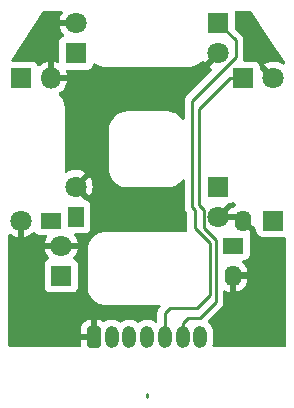
<source format=gbr>
%TF.GenerationSoftware,KiCad,Pcbnew,(6.0.7)*%
%TF.CreationDate,2022-08-28T13:45:58-07:00*%
%TF.ProjectId,cluster,636c7573-7465-4722-9e6b-696361645f70,rev?*%
%TF.SameCoordinates,Original*%
%TF.FileFunction,Copper,L1,Top*%
%TF.FilePolarity,Positive*%
%FSLAX46Y46*%
G04 Gerber Fmt 4.6, Leading zero omitted, Abs format (unit mm)*
G04 Created by KiCad (PCBNEW (6.0.7)) date 2022-08-28 13:45:58*
%MOMM*%
%LPD*%
G01*
G04 APERTURE LIST*
G04 Aperture macros list*
%AMRoundRect*
0 Rectangle with rounded corners*
0 $1 Rounding radius*
0 $2 $3 $4 $5 $6 $7 $8 $9 X,Y pos of 4 corners*
0 Add a 4 corners polygon primitive as box body*
4,1,4,$2,$3,$4,$5,$6,$7,$8,$9,$2,$3,0*
0 Add four circle primitives for the rounded corners*
1,1,$1+$1,$2,$3*
1,1,$1+$1,$4,$5*
1,1,$1+$1,$6,$7*
1,1,$1+$1,$8,$9*
0 Add four rect primitives between the rounded corners*
20,1,$1+$1,$2,$3,$4,$5,0*
20,1,$1+$1,$4,$5,$6,$7,0*
20,1,$1+$1,$6,$7,$8,$9,0*
20,1,$1+$1,$8,$9,$2,$3,0*%
G04 Aperture macros list end*
%TA.AperFunction,ComponentPad*%
%ADD10C,1.800000*%
%TD*%
%TA.AperFunction,ComponentPad*%
%ADD11R,1.400000X1.800000*%
%TD*%
%TA.AperFunction,ComponentPad*%
%ADD12O,1.170000X1.870000*%
%TD*%
%TA.AperFunction,ComponentPad*%
%ADD13RoundRect,0.250380X-0.334620X-0.684620X0.334620X-0.684620X0.334620X0.684620X-0.334620X0.684620X0*%
%TD*%
%TA.AperFunction,ComponentPad*%
%ADD14R,1.800000X1.800000*%
%TD*%
%TA.AperFunction,ComponentPad*%
%ADD15O,1.400000X1.800000*%
%TD*%
%TA.AperFunction,ComponentPad*%
%ADD16R,1.800000X1.400000*%
%TD*%
%TA.AperFunction,ComponentPad*%
%ADD17O,1.800000X1.800000*%
%TD*%
%TA.AperFunction,ViaPad*%
%ADD18C,0.800000*%
%TD*%
%TA.AperFunction,Conductor*%
%ADD19C,0.500000*%
%TD*%
%TA.AperFunction,Conductor*%
%ADD20C,0.250000*%
%TD*%
G04 APERTURE END LIST*
D10*
%TO.P,PT3,2*%
%TO.N,+5V*%
X156425000Y-78705000D03*
D11*
%TO.P,PT3,1*%
%TO.N,C3*%
X156425000Y-81245000D03*
%TD*%
D12*
%TO.P,J1,2*%
%TO.N,C1*%
X159450000Y-91420000D03*
%TO.P,J1,3*%
%TO.N,C2*%
X160950000Y-91420000D03*
%TO.P,J1,5*%
%TO.N,C4*%
X163950000Y-91420000D03*
%TO.P,J1,4*%
%TO.N,C3*%
X162450000Y-91420000D03*
%TO.P,J1,6*%
%TO.N,C5*%
X165450000Y-91420000D03*
D13*
%TO.P,J1,1*%
%TO.N,+5V*%
X157950000Y-91420000D03*
D12*
%TO.P,J1,7*%
%TO.N,GND*%
X166950000Y-91420000D03*
%TD*%
D10*
%TO.P,IR3,2*%
%TO.N,+5V*%
X168475000Y-81245000D03*
D14*
%TO.P,IR3,1*%
%TO.N,Net-(IR3-Pad1)*%
X168475000Y-78705000D03*
%TD*%
D10*
%TO.P,IR4,2*%
%TO.N,+5V*%
X156425000Y-64855000D03*
D14*
%TO.P,IR4,1*%
%TO.N,Net-(IR4-Pad1)*%
X156425000Y-67395000D03*
%TD*%
D10*
%TO.P,PT4,2*%
%TO.N,+5V*%
X168475000Y-67395000D03*
D14*
%TO.P,PT4,1*%
%TO.N,C4*%
X168475000Y-64855000D03*
%TD*%
D10*
%TO.P,PT2,2*%
%TO.N,+5V*%
X155175000Y-83705000D03*
D14*
%TO.P,PT2,1*%
%TO.N,C2*%
X155175000Y-86245000D03*
%TD*%
D15*
%TO.P,IR2,2*%
%TO.N,+5V*%
X169725000Y-86245000D03*
D16*
%TO.P,IR2,1*%
%TO.N,Net-(IR2-Pad1)*%
X169725000Y-83705000D03*
%TD*%
D10*
%TO.P,PT5,2*%
%TO.N,+5V*%
X173145000Y-69525000D03*
D14*
%TO.P,PT5,1*%
%TO.N,C5*%
X170605000Y-69525000D03*
%TD*%
D10*
%TO.P,PT1,2*%
%TO.N,+5V*%
X151755000Y-81575000D03*
D16*
%TO.P,PT1,1*%
%TO.N,C1*%
X154295000Y-81575000D03*
%TD*%
D15*
%TO.P,IR5,2*%
%TO.N,+5V*%
X170605000Y-81575000D03*
D14*
%TO.P,IR5,1*%
%TO.N,Net-(IR5-Pad1)*%
X173145000Y-81575000D03*
%TD*%
D17*
%TO.P,IR1,2*%
%TO.N,+5V*%
X154295000Y-69525000D03*
D14*
%TO.P,IR1,1*%
%TO.N,Net-(IR1-Pad1)*%
X151755000Y-69525000D03*
%TD*%
D18*
%TO.N,+5V*%
X164875008Y-81245000D03*
%TD*%
D19*
%TO.N,+5V*%
X170605000Y-81575000D02*
X171450000Y-82420000D01*
X168475000Y-67395000D02*
X168475000Y-67395001D01*
X170605000Y-81575000D02*
X170605000Y-81855000D01*
X168475000Y-81245000D02*
X170275000Y-81245000D01*
X171450000Y-82420000D02*
X171450000Y-86200000D01*
X171450000Y-86200000D02*
X169770000Y-86200000D01*
X169770000Y-86200000D02*
X169725000Y-86245000D01*
X170275000Y-81245000D02*
X170605000Y-81575000D01*
D20*
%TO.N,C1*%
X153739999Y-82130001D02*
X154295000Y-81575000D01*
%TO.N,C4*%
X166650000Y-89000000D02*
X164384998Y-89000000D01*
X166250000Y-71470000D02*
X166250000Y-80426998D01*
X169949999Y-67770001D02*
X166250000Y-71470000D01*
X163949999Y-89434999D02*
X163950000Y-90235000D01*
X168475000Y-64855000D02*
X169949999Y-66329999D01*
X164384998Y-89000000D02*
X163949999Y-89434999D01*
X166475001Y-82225001D02*
X167750000Y-83500000D01*
X163950000Y-90235000D02*
X163950000Y-91420000D01*
X166475001Y-80651999D02*
X166475001Y-82225001D01*
X166250000Y-80426998D02*
X166475001Y-80651999D01*
X169949999Y-66329999D02*
X169949999Y-67770001D01*
X167750000Y-87900000D02*
X166650000Y-89000000D01*
X167750000Y-83500000D02*
X167750000Y-87900000D01*
%TO.N,C3*%
X156425000Y-81245000D02*
X156425000Y-81975000D01*
%TO.N,C5*%
X168250000Y-83250000D02*
X168250000Y-88500000D01*
X170605000Y-69525000D02*
X169455000Y-69525000D01*
X166850000Y-72130000D02*
X166850000Y-80257000D01*
X165450000Y-90235000D02*
X165450000Y-91420000D01*
X166950000Y-89800000D02*
X165885000Y-89800000D01*
X165885000Y-89800000D02*
X165450000Y-90235000D01*
X167249999Y-82249999D02*
X168250000Y-83250000D01*
X166850000Y-80257000D02*
X167249999Y-80656999D01*
X168250000Y-88500000D02*
X166950000Y-89800000D01*
X169455000Y-69525000D02*
X166850000Y-72130000D01*
X167249999Y-80656999D02*
X167249999Y-82249999D01*
%TO.N,GND*%
X166950000Y-91420000D02*
X166950000Y-91770000D01*
X162450000Y-96270000D02*
X162450000Y-96500000D01*
%TD*%
%TA.AperFunction,Conductor*%
%TO.N,+5V*%
G36*
X171665405Y-82514109D02*
G01*
X171724182Y-82553931D01*
X171744965Y-82589878D01*
X171767678Y-82650465D01*
X171794385Y-82721705D01*
X171881739Y-82838261D01*
X171998295Y-82925615D01*
X172134684Y-82976745D01*
X172196866Y-82983500D01*
X174065500Y-82983500D01*
X174133621Y-83003502D01*
X174180114Y-83057158D01*
X174191500Y-83109500D01*
X174191500Y-92165500D01*
X174171498Y-92233621D01*
X174117842Y-92280114D01*
X174065500Y-92291500D01*
X168105428Y-92291500D01*
X168037307Y-92271498D01*
X167990814Y-92217842D01*
X167980710Y-92147568D01*
X167988562Y-92118401D01*
X168000999Y-92087542D01*
X168001000Y-92087539D01*
X168003239Y-92081983D01*
X168043231Y-91877192D01*
X168043500Y-91871692D01*
X168043500Y-91017867D01*
X168028656Y-90862284D01*
X167969918Y-90662062D01*
X167924569Y-90574012D01*
X167877124Y-90481891D01*
X167877122Y-90481888D01*
X167874378Y-90476560D01*
X167745484Y-90312471D01*
X167627012Y-90209666D01*
X167588672Y-90149913D01*
X167588722Y-90078916D01*
X167620498Y-90025406D01*
X168642247Y-89003657D01*
X168650537Y-88996113D01*
X168657018Y-88992000D01*
X168703659Y-88942332D01*
X168706413Y-88939491D01*
X168726135Y-88919769D01*
X168728612Y-88916576D01*
X168736317Y-88907555D01*
X168761159Y-88881100D01*
X168766586Y-88875321D01*
X168770407Y-88868371D01*
X168776346Y-88857568D01*
X168787202Y-88841041D01*
X168794757Y-88831302D01*
X168794758Y-88831300D01*
X168799614Y-88825040D01*
X168817174Y-88784460D01*
X168822391Y-88773812D01*
X168839875Y-88742009D01*
X168839876Y-88742007D01*
X168843695Y-88735060D01*
X168848733Y-88715437D01*
X168855137Y-88696734D01*
X168860033Y-88685420D01*
X168860033Y-88685419D01*
X168863181Y-88678145D01*
X168864420Y-88670322D01*
X168864423Y-88670312D01*
X168870099Y-88634476D01*
X168872505Y-88622856D01*
X168881528Y-88587711D01*
X168881528Y-88587710D01*
X168883500Y-88580030D01*
X168883500Y-88559776D01*
X168885051Y-88540065D01*
X168886980Y-88527886D01*
X168888220Y-88520057D01*
X168884059Y-88476038D01*
X168883500Y-88464181D01*
X168883500Y-87571507D01*
X168903502Y-87503386D01*
X168957158Y-87456893D01*
X169027432Y-87446789D01*
X169079776Y-87466926D01*
X169136020Y-87504720D01*
X169145837Y-87510117D01*
X169332999Y-87592275D01*
X169343594Y-87595841D01*
X169453385Y-87622200D01*
X169467470Y-87621495D01*
X169470966Y-87612702D01*
X169979000Y-87612702D01*
X169982973Y-87626233D01*
X169990421Y-87627304D01*
X170177915Y-87569622D01*
X170188260Y-87565401D01*
X170369912Y-87471643D01*
X170379343Y-87465658D01*
X170541520Y-87341215D01*
X170549749Y-87333648D01*
X170687319Y-87182461D01*
X170694082Y-87173550D01*
X170802701Y-87000396D01*
X170807782Y-86990426D01*
X170884024Y-86800768D01*
X170887255Y-86790068D01*
X170928908Y-86588929D01*
X170930111Y-86579793D01*
X170932895Y-86531510D01*
X170933000Y-86527863D01*
X170933000Y-86517115D01*
X170928525Y-86501876D01*
X170927135Y-86500671D01*
X170919452Y-86499000D01*
X169997115Y-86499000D01*
X169981876Y-86503475D01*
X169980671Y-86504865D01*
X169979000Y-86512548D01*
X169979000Y-87612702D01*
X169470966Y-87612702D01*
X169471000Y-87612616D01*
X169471000Y-86117000D01*
X169491002Y-86048879D01*
X169544658Y-86002386D01*
X169597000Y-85991000D01*
X170914885Y-85991000D01*
X170930124Y-85986525D01*
X170931329Y-85985135D01*
X170932188Y-85981186D01*
X170919213Y-85835812D01*
X170917232Y-85824798D01*
X170863293Y-85627634D01*
X170859399Y-85617161D01*
X170771396Y-85432659D01*
X170765701Y-85423030D01*
X170646423Y-85257037D01*
X170639116Y-85248572D01*
X170516743Y-85129984D01*
X170481743Y-85068214D01*
X170485695Y-84997327D01*
X170527344Y-84939830D01*
X170593466Y-84913978D01*
X170604428Y-84913500D01*
X170673134Y-84913500D01*
X170735316Y-84906745D01*
X170871705Y-84855615D01*
X170988261Y-84768261D01*
X171075615Y-84651705D01*
X171126745Y-84515316D01*
X171133500Y-84453134D01*
X171133500Y-82956866D01*
X171133049Y-82952719D01*
X171133081Y-82952543D01*
X171132947Y-82950072D01*
X171133529Y-82950040D01*
X171145571Y-82882837D01*
X171193886Y-82830817D01*
X171200522Y-82827135D01*
X171249908Y-82801645D01*
X171259343Y-82795658D01*
X171421520Y-82671215D01*
X171429748Y-82663649D01*
X171533789Y-82549309D01*
X171594429Y-82512386D01*
X171665405Y-82514109D01*
G37*
%TD.AperFunction*%
%TA.AperFunction,Conductor*%
G36*
X155264031Y-63828502D02*
G01*
X155310524Y-63882158D01*
X155320628Y-63952432D01*
X155299998Y-64005504D01*
X155199474Y-64152867D01*
X155194376Y-64161841D01*
X155101252Y-64362459D01*
X155097689Y-64372146D01*
X155038581Y-64585279D01*
X155038484Y-64585788D01*
X155040625Y-64597609D01*
X155053001Y-64601000D01*
X156553000Y-64601000D01*
X156621121Y-64621002D01*
X156667614Y-64674658D01*
X156679000Y-64727000D01*
X156679000Y-64983000D01*
X156658998Y-65051121D01*
X156605342Y-65097614D01*
X156553000Y-65109000D01*
X155056968Y-65109000D01*
X155043437Y-65112973D01*
X155042000Y-65122966D01*
X155075685Y-65272439D01*
X155078773Y-65282292D01*
X155161989Y-65487226D01*
X155166629Y-65496413D01*
X155282208Y-65685022D01*
X155288286Y-65693326D01*
X155396802Y-65818600D01*
X155426285Y-65883186D01*
X155416170Y-65953458D01*
X155369669Y-66007107D01*
X155345795Y-66019080D01*
X155317315Y-66029757D01*
X155278295Y-66044385D01*
X155161739Y-66131739D01*
X155074385Y-66248295D01*
X155023255Y-66384684D01*
X155016500Y-66446866D01*
X155016500Y-68108456D01*
X154996498Y-68176577D01*
X154942842Y-68223070D01*
X154872568Y-68233174D01*
X154848441Y-68227229D01*
X154660772Y-68160772D01*
X154650809Y-68158140D01*
X154566836Y-68143182D01*
X154553541Y-68144641D01*
X154549000Y-68159199D01*
X154549000Y-69252885D01*
X154553475Y-69268124D01*
X154554865Y-69269329D01*
X154562548Y-69271000D01*
X155664900Y-69271000D01*
X155678431Y-69267027D01*
X155679736Y-69257947D01*
X155633710Y-69074708D01*
X155630391Y-69064959D01*
X155593338Y-68979742D01*
X155584518Y-68909295D01*
X155615185Y-68845264D01*
X155675602Y-68807976D01*
X155708888Y-68803500D01*
X157373134Y-68803500D01*
X157435316Y-68796745D01*
X157571705Y-68745615D01*
X157688261Y-68658261D01*
X157775615Y-68541705D01*
X157826745Y-68405316D01*
X157827598Y-68397464D01*
X157827599Y-68397460D01*
X157832326Y-68353941D01*
X157859568Y-68288378D01*
X157917931Y-68247952D01*
X157988885Y-68245496D01*
X158033097Y-68266679D01*
X158107360Y-68322272D01*
X158296746Y-68425685D01*
X158346151Y-68444112D01*
X158494703Y-68499519D01*
X158494706Y-68499520D01*
X158498921Y-68501092D01*
X158503311Y-68502047D01*
X158503318Y-68502049D01*
X158646966Y-68533297D01*
X158709770Y-68546959D01*
X158884535Y-68559459D01*
X158896446Y-68560884D01*
X158907648Y-68562769D01*
X158907655Y-68562770D01*
X158912448Y-68563576D01*
X158918724Y-68563652D01*
X158920140Y-68563670D01*
X158920143Y-68563670D01*
X158925000Y-68563729D01*
X158952624Y-68559773D01*
X158970486Y-68558500D01*
X165921750Y-68558500D01*
X165942655Y-68560246D01*
X165957656Y-68562770D01*
X165957659Y-68562770D01*
X165962448Y-68563576D01*
X165968687Y-68563652D01*
X165970140Y-68563670D01*
X165970143Y-68563670D01*
X165975000Y-68563729D01*
X165989790Y-68561611D01*
X165998643Y-68560662D01*
X166185742Y-68547280D01*
X166190230Y-68546959D01*
X166253034Y-68533297D01*
X166396682Y-68502049D01*
X166396689Y-68502047D01*
X166401079Y-68501092D01*
X166405294Y-68499520D01*
X166405297Y-68499519D01*
X166553849Y-68444112D01*
X166603254Y-68425685D01*
X166792640Y-68322272D01*
X166965381Y-68192960D01*
X167067629Y-68090712D01*
X167129941Y-68056686D01*
X167200756Y-68061751D01*
X167257592Y-68104298D01*
X167264157Y-68113972D01*
X167305098Y-68180782D01*
X167315553Y-68190242D01*
X167324331Y-68186458D01*
X168385905Y-67124885D01*
X168448217Y-67090859D01*
X168519033Y-67095924D01*
X168564095Y-67124885D01*
X168745115Y-67305905D01*
X168779141Y-67368217D01*
X168774076Y-67439032D01*
X168745115Y-67484095D01*
X167685184Y-68544027D01*
X167678424Y-68556407D01*
X167683704Y-68563461D01*
X167860080Y-68666527D01*
X167869366Y-68670976D01*
X167893103Y-68680040D01*
X167949607Y-68723027D01*
X167973900Y-68789738D01*
X167958270Y-68858992D01*
X167937250Y-68886845D01*
X165857747Y-70966348D01*
X165849461Y-70973888D01*
X165842982Y-70978000D01*
X165837557Y-70983777D01*
X165796357Y-71027651D01*
X165793602Y-71030493D01*
X165773865Y-71050230D01*
X165771385Y-71053427D01*
X165763682Y-71062447D01*
X165733414Y-71094679D01*
X165729595Y-71101625D01*
X165729593Y-71101628D01*
X165723652Y-71112434D01*
X165712801Y-71128953D01*
X165700386Y-71144959D01*
X165697241Y-71152228D01*
X165697238Y-71152232D01*
X165682826Y-71185537D01*
X165677609Y-71196187D01*
X165656305Y-71234940D01*
X165654334Y-71242615D01*
X165654334Y-71242616D01*
X165651267Y-71254562D01*
X165644863Y-71273266D01*
X165636819Y-71291855D01*
X165635580Y-71299678D01*
X165635577Y-71299688D01*
X165629901Y-71335524D01*
X165627495Y-71347144D01*
X165616500Y-71389970D01*
X165616500Y-71410224D01*
X165614949Y-71429934D01*
X165611780Y-71449943D01*
X165612526Y-71457835D01*
X165615941Y-71493961D01*
X165616500Y-71505819D01*
X165616500Y-72913249D01*
X165596498Y-72981370D01*
X165542842Y-73027863D01*
X165472568Y-73037967D01*
X165407988Y-73008473D01*
X165389632Y-72988758D01*
X165295657Y-72863222D01*
X165292960Y-72859619D01*
X165140381Y-72707040D01*
X164967640Y-72577728D01*
X164778254Y-72474315D01*
X164677166Y-72436611D01*
X164580297Y-72400481D01*
X164580294Y-72400480D01*
X164576079Y-72398908D01*
X164571689Y-72397953D01*
X164571682Y-72397951D01*
X164376529Y-72355499D01*
X164365230Y-72353041D01*
X164190465Y-72340541D01*
X164178554Y-72339116D01*
X164167352Y-72337231D01*
X164167345Y-72337230D01*
X164162552Y-72336424D01*
X164156276Y-72336348D01*
X164154860Y-72336330D01*
X164154857Y-72336330D01*
X164150000Y-72336271D01*
X164130134Y-72339116D01*
X164122376Y-72340227D01*
X164104514Y-72341500D01*
X160803250Y-72341500D01*
X160782345Y-72339754D01*
X160767344Y-72337230D01*
X160767341Y-72337230D01*
X160762552Y-72336424D01*
X160756313Y-72336348D01*
X160754860Y-72336330D01*
X160754857Y-72336330D01*
X160750000Y-72336271D01*
X160735210Y-72338389D01*
X160726357Y-72339338D01*
X160539258Y-72352720D01*
X160534770Y-72353041D01*
X160523471Y-72355499D01*
X160328318Y-72397951D01*
X160328311Y-72397953D01*
X160323921Y-72398908D01*
X160319706Y-72400480D01*
X160319703Y-72400481D01*
X160222834Y-72436611D01*
X160121746Y-72474315D01*
X159932360Y-72577728D01*
X159759619Y-72707040D01*
X159607040Y-72859619D01*
X159477728Y-73032360D01*
X159374315Y-73221746D01*
X159372742Y-73225964D01*
X159321373Y-73363691D01*
X159298908Y-73423921D01*
X159253041Y-73634770D01*
X159245470Y-73740631D01*
X159239988Y-73817275D01*
X159238808Y-73827675D01*
X159237690Y-73834851D01*
X159237690Y-73834855D01*
X159236309Y-73843724D01*
X159237473Y-73852626D01*
X159237473Y-73852628D01*
X159240436Y-73875283D01*
X159241500Y-73891621D01*
X159241500Y-77200633D01*
X159240000Y-77220018D01*
X159237690Y-77234851D01*
X159237690Y-77234855D01*
X159236309Y-77243724D01*
X159237474Y-77252628D01*
X159237792Y-77255062D01*
X159238535Y-77262406D01*
X159253041Y-77465230D01*
X159253997Y-77469624D01*
X159270042Y-77543381D01*
X159298908Y-77676079D01*
X159300480Y-77680294D01*
X159300481Y-77680297D01*
X159322343Y-77738910D01*
X159374315Y-77878254D01*
X159477728Y-78067640D01*
X159607040Y-78240381D01*
X159759619Y-78392960D01*
X159932360Y-78522272D01*
X160121746Y-78625685D01*
X160216341Y-78660967D01*
X160319703Y-78699519D01*
X160319706Y-78699520D01*
X160323921Y-78701092D01*
X160328311Y-78702047D01*
X160328318Y-78702049D01*
X160465006Y-78731783D01*
X160534770Y-78746959D01*
X160709535Y-78759459D01*
X160721446Y-78760884D01*
X160732648Y-78762769D01*
X160732655Y-78762770D01*
X160737448Y-78763576D01*
X160743724Y-78763653D01*
X160745140Y-78763670D01*
X160745143Y-78763670D01*
X160750000Y-78763729D01*
X160777624Y-78759773D01*
X160795486Y-78758500D01*
X164096750Y-78758500D01*
X164117655Y-78760246D01*
X164132656Y-78762770D01*
X164132659Y-78762770D01*
X164137448Y-78763576D01*
X164143687Y-78763652D01*
X164145140Y-78763670D01*
X164145143Y-78763670D01*
X164150000Y-78763729D01*
X164164790Y-78761611D01*
X164173643Y-78760662D01*
X164360742Y-78747280D01*
X164365230Y-78746959D01*
X164434994Y-78731783D01*
X164571682Y-78702049D01*
X164571689Y-78702047D01*
X164576079Y-78701092D01*
X164580294Y-78699520D01*
X164580297Y-78699519D01*
X164683659Y-78660967D01*
X164778254Y-78625685D01*
X164967640Y-78522272D01*
X165140381Y-78392960D01*
X165292960Y-78240381D01*
X165389632Y-78111242D01*
X165446467Y-78068695D01*
X165517283Y-78063630D01*
X165579595Y-78097655D01*
X165613620Y-78159968D01*
X165616500Y-78186751D01*
X165616500Y-80348231D01*
X165615973Y-80359414D01*
X165614298Y-80366907D01*
X165614547Y-80374833D01*
X165614547Y-80374834D01*
X165616438Y-80434984D01*
X165616500Y-80438943D01*
X165616500Y-80466854D01*
X165616997Y-80470788D01*
X165616997Y-80470789D01*
X165617005Y-80470854D01*
X165617938Y-80482691D01*
X165619327Y-80526887D01*
X165624978Y-80546337D01*
X165628987Y-80565698D01*
X165631526Y-80585795D01*
X165634445Y-80593166D01*
X165634445Y-80593168D01*
X165647804Y-80626910D01*
X165651649Y-80638140D01*
X165663982Y-80680591D01*
X165668015Y-80687410D01*
X165668017Y-80687415D01*
X165674293Y-80698026D01*
X165682988Y-80715774D01*
X165690448Y-80734615D01*
X165695110Y-80741031D01*
X165695110Y-80741032D01*
X165716436Y-80770385D01*
X165722952Y-80780305D01*
X165745458Y-80818360D01*
X165759779Y-80832681D01*
X165772619Y-80847714D01*
X165784528Y-80864105D01*
X165790632Y-80869155D01*
X165790637Y-80869160D01*
X165795816Y-80873444D01*
X165835554Y-80932278D01*
X165841501Y-80970529D01*
X165841501Y-82146234D01*
X165840974Y-82157417D01*
X165839299Y-82164910D01*
X165839548Y-82172836D01*
X165839548Y-82172837D01*
X165841439Y-82232987D01*
X165841501Y-82236946D01*
X165841501Y-82264857D01*
X165841998Y-82268791D01*
X165841998Y-82268792D01*
X165842006Y-82268857D01*
X165842939Y-82280694D01*
X165844328Y-82324890D01*
X165849979Y-82344340D01*
X165853988Y-82363701D01*
X165856527Y-82383798D01*
X165857569Y-82386430D01*
X165855215Y-82455118D01*
X165814809Y-82513495D01*
X165749256Y-82540758D01*
X165735606Y-82541500D01*
X158978250Y-82541500D01*
X158957345Y-82539754D01*
X158942344Y-82537230D01*
X158942341Y-82537230D01*
X158937552Y-82536424D01*
X158931313Y-82536348D01*
X158929860Y-82536330D01*
X158929857Y-82536330D01*
X158925000Y-82536271D01*
X158910210Y-82538389D01*
X158901357Y-82539338D01*
X158761949Y-82549309D01*
X158709770Y-82553041D01*
X158658229Y-82564253D01*
X158503318Y-82597951D01*
X158503311Y-82597953D01*
X158498921Y-82598908D01*
X158494706Y-82600480D01*
X158494703Y-82600481D01*
X158471268Y-82609222D01*
X158296746Y-82674315D01*
X158107360Y-82777728D01*
X157934619Y-82907040D01*
X157782040Y-83059619D01*
X157652728Y-83232360D01*
X157549315Y-83421746D01*
X157539886Y-83447027D01*
X157496373Y-83563691D01*
X157473908Y-83623921D01*
X157428041Y-83834770D01*
X157418872Y-83962973D01*
X157414988Y-84017275D01*
X157413808Y-84027675D01*
X157412690Y-84034851D01*
X157412690Y-84034855D01*
X157411309Y-84043724D01*
X157412473Y-84052626D01*
X157412473Y-84052628D01*
X157415436Y-84075283D01*
X157416500Y-84091621D01*
X157416500Y-87150633D01*
X157415000Y-87170018D01*
X157412690Y-87184851D01*
X157412690Y-87184855D01*
X157411309Y-87193724D01*
X157412474Y-87202628D01*
X157412792Y-87205062D01*
X157413535Y-87212406D01*
X157428041Y-87415230D01*
X157428997Y-87419624D01*
X157472911Y-87621495D01*
X157473908Y-87626079D01*
X157475480Y-87630294D01*
X157475481Y-87630297D01*
X157497343Y-87688910D01*
X157549315Y-87828254D01*
X157652728Y-88017640D01*
X157782040Y-88190381D01*
X157934619Y-88342960D01*
X158107360Y-88472272D01*
X158296746Y-88575685D01*
X158397833Y-88613388D01*
X158494703Y-88649519D01*
X158494706Y-88649520D01*
X158498921Y-88651092D01*
X158503311Y-88652047D01*
X158503318Y-88652049D01*
X158656726Y-88685420D01*
X158709770Y-88696959D01*
X158884535Y-88709459D01*
X158896446Y-88710884D01*
X158907648Y-88712769D01*
X158907655Y-88712770D01*
X158912448Y-88713576D01*
X158918724Y-88713653D01*
X158920140Y-88713670D01*
X158920143Y-88713670D01*
X158925000Y-88713729D01*
X158952624Y-88709773D01*
X158970486Y-88708500D01*
X163476403Y-88708500D01*
X163544524Y-88728502D01*
X163591017Y-88782158D01*
X163601121Y-88852432D01*
X163571627Y-88917012D01*
X163565498Y-88923595D01*
X163557745Y-88931348D01*
X163549462Y-88938886D01*
X163542980Y-88943000D01*
X163537553Y-88948780D01*
X163537551Y-88948781D01*
X163496361Y-88992645D01*
X163493605Y-88995488D01*
X163473864Y-89015229D01*
X163471440Y-89018354D01*
X163471433Y-89018362D01*
X163471379Y-89018432D01*
X163463671Y-89027457D01*
X163438838Y-89053901D01*
X163438835Y-89053905D01*
X163433413Y-89059679D01*
X163429595Y-89066623D01*
X163429594Y-89066625D01*
X163423656Y-89077426D01*
X163412804Y-89093946D01*
X163405247Y-89103689D01*
X163405245Y-89103693D01*
X163400385Y-89109958D01*
X163397236Y-89117236D01*
X163382827Y-89150533D01*
X163377604Y-89161194D01*
X163360124Y-89192990D01*
X163360122Y-89192995D01*
X163356304Y-89199940D01*
X163354333Y-89207617D01*
X163351267Y-89219558D01*
X163344865Y-89238260D01*
X163336818Y-89256854D01*
X163335578Y-89264683D01*
X163329900Y-89300531D01*
X163327495Y-89312144D01*
X163316499Y-89354970D01*
X163316499Y-89375223D01*
X163314948Y-89394933D01*
X163311779Y-89414942D01*
X163312525Y-89422834D01*
X163315940Y-89458961D01*
X163316499Y-89470819D01*
X163316500Y-89794080D01*
X163316500Y-90097933D01*
X163296498Y-90166054D01*
X163242842Y-90212547D01*
X163172569Y-90222651D01*
X163107919Y-90193098D01*
X163092418Y-90179646D01*
X163092413Y-90179642D01*
X163087887Y-90175715D01*
X162907274Y-90071228D01*
X162799651Y-90033855D01*
X162715818Y-90004743D01*
X162715814Y-90004742D01*
X162710161Y-90002779D01*
X162579889Y-89983890D01*
X162509600Y-89973698D01*
X162509597Y-89973698D01*
X162503660Y-89972837D01*
X162295224Y-89982485D01*
X162166511Y-90013505D01*
X162098205Y-90029966D01*
X162098203Y-90029967D01*
X162092372Y-90031372D01*
X162086914Y-90033854D01*
X162086910Y-90033855D01*
X162004713Y-90071228D01*
X161902424Y-90117736D01*
X161857063Y-90149913D01*
X161773323Y-90209314D01*
X161706189Y-90232412D01*
X161637224Y-90215548D01*
X161617842Y-90201709D01*
X161592417Y-90179646D01*
X161587887Y-90175715D01*
X161407274Y-90071228D01*
X161299651Y-90033855D01*
X161215818Y-90004743D01*
X161215814Y-90004742D01*
X161210161Y-90002779D01*
X161079889Y-89983890D01*
X161009600Y-89973698D01*
X161009597Y-89973698D01*
X161003660Y-89972837D01*
X160795224Y-89982485D01*
X160666511Y-90013505D01*
X160598205Y-90029966D01*
X160598203Y-90029967D01*
X160592372Y-90031372D01*
X160586914Y-90033854D01*
X160586910Y-90033855D01*
X160504713Y-90071228D01*
X160402424Y-90117736D01*
X160357063Y-90149913D01*
X160273323Y-90209314D01*
X160206189Y-90232412D01*
X160137224Y-90215548D01*
X160117842Y-90201709D01*
X160092417Y-90179646D01*
X160087887Y-90175715D01*
X159907274Y-90071228D01*
X159799651Y-90033855D01*
X159715818Y-90004743D01*
X159715814Y-90004742D01*
X159710161Y-90002779D01*
X159579889Y-89983890D01*
X159509600Y-89973698D01*
X159509597Y-89973698D01*
X159503660Y-89972837D01*
X159295224Y-89982485D01*
X159166511Y-90013505D01*
X159098205Y-90029966D01*
X159098203Y-90029967D01*
X159092372Y-90031372D01*
X159086914Y-90033854D01*
X159086910Y-90033855D01*
X159004713Y-90071228D01*
X158902424Y-90117736D01*
X158897534Y-90121205D01*
X158897530Y-90121207D01*
X158889322Y-90127029D01*
X158822188Y-90150128D01*
X158750307Y-90131520D01*
X158613544Y-90047219D01*
X158600358Y-90041070D01*
X158445988Y-89989867D01*
X158432612Y-89987000D01*
X158338211Y-89977328D01*
X158331794Y-89977000D01*
X158222115Y-89977000D01*
X158206876Y-89981475D01*
X158205671Y-89982865D01*
X158204000Y-89990548D01*
X158204000Y-91548000D01*
X158183998Y-91616121D01*
X158130342Y-91662614D01*
X158078000Y-91674000D01*
X156875115Y-91674000D01*
X156859876Y-91678475D01*
X156858671Y-91679865D01*
X156857000Y-91687548D01*
X156857000Y-92151761D01*
X156857374Y-92158985D01*
X156840921Y-92228049D01*
X156789741Y-92277254D01*
X156731543Y-92291500D01*
X150834500Y-92291500D01*
X150766379Y-92271498D01*
X150719886Y-92217842D01*
X150708500Y-92165500D01*
X150708500Y-91147885D01*
X156857000Y-91147885D01*
X156861475Y-91163124D01*
X156862865Y-91164329D01*
X156870548Y-91166000D01*
X157677885Y-91166000D01*
X157693124Y-91161525D01*
X157694329Y-91160135D01*
X157696000Y-91152452D01*
X157696000Y-89995115D01*
X157691525Y-89979876D01*
X157690135Y-89978671D01*
X157682452Y-89977000D01*
X157568254Y-89977000D01*
X157561738Y-89977337D01*
X157466096Y-89987261D01*
X157452700Y-89990154D01*
X157298434Y-90041621D01*
X157285255Y-90047795D01*
X157147335Y-90133142D01*
X157135934Y-90142178D01*
X157021340Y-90256972D01*
X157012328Y-90268383D01*
X156927217Y-90406461D01*
X156921070Y-90419642D01*
X156869867Y-90574012D01*
X156867000Y-90587388D01*
X156857328Y-90681789D01*
X156857000Y-90688206D01*
X156857000Y-91147885D01*
X150708500Y-91147885D01*
X150708500Y-87193134D01*
X153766500Y-87193134D01*
X153773255Y-87255316D01*
X153824385Y-87391705D01*
X153911739Y-87508261D01*
X154028295Y-87595615D01*
X154164684Y-87646745D01*
X154226866Y-87653500D01*
X156123134Y-87653500D01*
X156185316Y-87646745D01*
X156321705Y-87595615D01*
X156438261Y-87508261D01*
X156525615Y-87391705D01*
X156576745Y-87255316D01*
X156583500Y-87193134D01*
X156583500Y-85296866D01*
X156576745Y-85234684D01*
X156525615Y-85098295D01*
X156438261Y-84981739D01*
X156321705Y-84894385D01*
X156313296Y-84891233D01*
X156313295Y-84891232D01*
X156254290Y-84869112D01*
X156197525Y-84826471D01*
X156172825Y-84759909D01*
X156188032Y-84690560D01*
X156209579Y-84661879D01*
X156247260Y-84624329D01*
X156253937Y-84616484D01*
X156383010Y-84436859D01*
X156388321Y-84428020D01*
X156486318Y-84229737D01*
X156490117Y-84220142D01*
X156554415Y-84008517D01*
X156556594Y-83998436D01*
X156559422Y-83976960D01*
X156557210Y-83962779D01*
X156544052Y-83959000D01*
X153806968Y-83959000D01*
X153793437Y-83962973D01*
X153792000Y-83972966D01*
X153825685Y-84122439D01*
X153828773Y-84132292D01*
X153911989Y-84337226D01*
X153916629Y-84346413D01*
X154032208Y-84535022D01*
X154038286Y-84543326D01*
X154146802Y-84668600D01*
X154176285Y-84733186D01*
X154166170Y-84803458D01*
X154119669Y-84857107D01*
X154095795Y-84869080D01*
X154040041Y-84889982D01*
X154028295Y-84894385D01*
X153911739Y-84981739D01*
X153824385Y-85098295D01*
X153773255Y-85234684D01*
X153766500Y-85296866D01*
X153766500Y-87193134D01*
X150708500Y-87193134D01*
X150708500Y-82804647D01*
X150728502Y-82736526D01*
X150782158Y-82690033D01*
X150852432Y-82679929D01*
X150914984Y-82707702D01*
X150940660Y-82729018D01*
X150949099Y-82734927D01*
X151140077Y-82846525D01*
X151149364Y-82850975D01*
X151356003Y-82929883D01*
X151365901Y-82932759D01*
X151483250Y-82956634D01*
X151497299Y-82955438D01*
X151501000Y-82945093D01*
X151501000Y-81447000D01*
X151521002Y-81378879D01*
X151574658Y-81332386D01*
X151627000Y-81321000D01*
X151883000Y-81321000D01*
X151951121Y-81341002D01*
X151997614Y-81394658D01*
X152009000Y-81447000D01*
X152009000Y-82943928D01*
X152013064Y-82957770D01*
X152026479Y-82959804D01*
X152043613Y-82957609D01*
X152053698Y-82955466D01*
X152265557Y-82891905D01*
X152275152Y-82888144D01*
X152473778Y-82790838D01*
X152482636Y-82785559D01*
X152662716Y-82657109D01*
X152670577Y-82650465D01*
X152779802Y-82541621D01*
X152842174Y-82507705D01*
X152912980Y-82512893D01*
X152969568Y-82555307D01*
X153003424Y-82600481D01*
X153031739Y-82638261D01*
X153148295Y-82725615D01*
X153284684Y-82776745D01*
X153346866Y-82783500D01*
X153860641Y-82783500D01*
X153928762Y-82803502D01*
X153975255Y-82857158D01*
X153985359Y-82927432D01*
X153964729Y-82980504D01*
X153949474Y-83002867D01*
X153944376Y-83011841D01*
X153851252Y-83212459D01*
X153847689Y-83222146D01*
X153788581Y-83435279D01*
X153788484Y-83435788D01*
X153790625Y-83447609D01*
X153803001Y-83451000D01*
X156544900Y-83451000D01*
X156558431Y-83447027D01*
X156559736Y-83437947D01*
X156513710Y-83254708D01*
X156510389Y-83244953D01*
X156422193Y-83042118D01*
X156417315Y-83033020D01*
X156297582Y-82847940D01*
X156277375Y-82779880D01*
X156297171Y-82711699D01*
X156350687Y-82665045D01*
X156403374Y-82653500D01*
X157173134Y-82653500D01*
X157235316Y-82646745D01*
X157371705Y-82595615D01*
X157488261Y-82508261D01*
X157575615Y-82391705D01*
X157626745Y-82255316D01*
X157633500Y-82193134D01*
X157633500Y-80296866D01*
X157626745Y-80234684D01*
X157575615Y-80098295D01*
X157488261Y-79981739D01*
X157371705Y-79894385D01*
X157293932Y-79865229D01*
X157242709Y-79846026D01*
X157242705Y-79846025D01*
X157235316Y-79843255D01*
X157229511Y-79842624D01*
X157170386Y-79809597D01*
X156154885Y-78794095D01*
X156120859Y-78731783D01*
X156122694Y-78706132D01*
X156789408Y-78706132D01*
X156789539Y-78707966D01*
X156793790Y-78714580D01*
X157571307Y-79492096D01*
X157583313Y-79498652D01*
X157595052Y-79489684D01*
X157633010Y-79436859D01*
X157638321Y-79428020D01*
X157736318Y-79229737D01*
X157740117Y-79220142D01*
X157804415Y-79008517D01*
X157806594Y-78998436D01*
X157835702Y-78777338D01*
X157836221Y-78770663D01*
X157837744Y-78708364D01*
X157837550Y-78701646D01*
X157819279Y-78479400D01*
X157817596Y-78469238D01*
X157763710Y-78254708D01*
X157760389Y-78244953D01*
X157672193Y-78042118D01*
X157667315Y-78033020D01*
X157594224Y-77920038D01*
X157583538Y-77910835D01*
X157573973Y-77915238D01*
X156797021Y-78692189D01*
X156789408Y-78706132D01*
X156122694Y-78706132D01*
X156125924Y-78660967D01*
X156154885Y-78615905D01*
X156425000Y-78345790D01*
X157213990Y-77556799D01*
X157221010Y-77543943D01*
X157213236Y-77533273D01*
X157210902Y-77531430D01*
X157202320Y-77525729D01*
X157008678Y-77418833D01*
X156999272Y-77414606D01*
X156790772Y-77340772D01*
X156780809Y-77338140D01*
X156563047Y-77299350D01*
X156552796Y-77298381D01*
X156331616Y-77295679D01*
X156321332Y-77296399D01*
X156102693Y-77329855D01*
X156092666Y-77332244D01*
X155882426Y-77400961D01*
X155872916Y-77404958D01*
X155676728Y-77507087D01*
X155668006Y-77512579D01*
X155660151Y-77518477D01*
X155593666Y-77543381D01*
X155524271Y-77528388D01*
X155473998Y-77478256D01*
X155458500Y-77417715D01*
X155458500Y-72078250D01*
X155460246Y-72057345D01*
X155462770Y-72042344D01*
X155462770Y-72042341D01*
X155463576Y-72037552D01*
X155463729Y-72025000D01*
X155461611Y-72010210D01*
X155460662Y-72001357D01*
X155447280Y-71814258D01*
X155446959Y-71809770D01*
X155401092Y-71598921D01*
X155378628Y-71538691D01*
X155348454Y-71457792D01*
X155325685Y-71396746D01*
X155222272Y-71207360D01*
X155092960Y-71034619D01*
X154993777Y-70935436D01*
X154959751Y-70873124D01*
X154964816Y-70802309D01*
X155007363Y-70745473D01*
X155018350Y-70738115D01*
X155022627Y-70735565D01*
X155202716Y-70607109D01*
X155210578Y-70600465D01*
X155367260Y-70444329D01*
X155373937Y-70436484D01*
X155503010Y-70256859D01*
X155508321Y-70248020D01*
X155606318Y-70049737D01*
X155610117Y-70040142D01*
X155674415Y-69828517D01*
X155676594Y-69818436D01*
X155679422Y-69796960D01*
X155677210Y-69782779D01*
X155664052Y-69779000D01*
X154167000Y-69779000D01*
X154098879Y-69758998D01*
X154052386Y-69705342D01*
X154041000Y-69653000D01*
X154041000Y-68157517D01*
X154037082Y-68144173D01*
X154022806Y-68142186D01*
X153972694Y-68149855D01*
X153962666Y-68152244D01*
X153752426Y-68220961D01*
X153742916Y-68224958D01*
X153546728Y-68327087D01*
X153538003Y-68332581D01*
X153361123Y-68465386D01*
X153353417Y-68472228D01*
X153339366Y-68486932D01*
X153277843Y-68522363D01*
X153206930Y-68518907D01*
X153149143Y-68477662D01*
X153130289Y-68444112D01*
X153108767Y-68386703D01*
X153105615Y-68378295D01*
X153018261Y-68261739D01*
X152901705Y-68174385D01*
X152765316Y-68123255D01*
X152703134Y-68116500D01*
X151072771Y-68116500D01*
X151004650Y-68096498D01*
X150958157Y-68042842D01*
X150948053Y-67972568D01*
X150967664Y-67921013D01*
X153649131Y-63865013D01*
X153703384Y-63819218D01*
X153754238Y-63808500D01*
X155195910Y-63808500D01*
X155264031Y-63828502D01*
G37*
%TD.AperFunction*%
%TA.AperFunction,Conductor*%
G36*
X169771160Y-80035652D02*
G01*
X169805471Y-80063284D01*
X169807040Y-80065381D01*
X169931302Y-80189643D01*
X169965328Y-80251955D01*
X169960263Y-80322770D01*
X169918911Y-80378700D01*
X169804994Y-80466112D01*
X169738774Y-80491713D01*
X169669225Y-80477448D01*
X169646065Y-80461622D01*
X169633539Y-80450834D01*
X169623973Y-80455238D01*
X168564095Y-81515115D01*
X168501783Y-81549141D01*
X168430967Y-81544076D01*
X168385905Y-81515115D01*
X168204885Y-81334095D01*
X168170859Y-81271783D01*
X168175924Y-81200968D01*
X168204885Y-81155905D01*
X169210384Y-80150405D01*
X169272696Y-80116380D01*
X169299479Y-80113500D01*
X169423134Y-80113500D01*
X169485316Y-80106745D01*
X169621705Y-80055615D01*
X169635273Y-80045446D01*
X169701778Y-80020599D01*
X169771160Y-80035652D01*
G37*
%TD.AperFunction*%
%TA.AperFunction,Conductor*%
G36*
X171213882Y-63828502D02*
G01*
X171250868Y-63865013D01*
X172875211Y-66322001D01*
X174085270Y-68152341D01*
X174098304Y-68172057D01*
X174119186Y-68239913D01*
X174100068Y-68308287D01*
X174047019Y-68355470D01*
X173976882Y-68366483D01*
X173927061Y-68347838D01*
X173926846Y-68348227D01*
X173924204Y-68346769D01*
X173923473Y-68346495D01*
X173922316Y-68345726D01*
X173728678Y-68238833D01*
X173719272Y-68234606D01*
X173510772Y-68160772D01*
X173500809Y-68158140D01*
X173283047Y-68119350D01*
X173272796Y-68118381D01*
X173051616Y-68115679D01*
X173041332Y-68116399D01*
X172822693Y-68149855D01*
X172812666Y-68152244D01*
X172602426Y-68220961D01*
X172592916Y-68224958D01*
X172396725Y-68327089D01*
X172388007Y-68332578D01*
X172358961Y-68354386D01*
X172350508Y-68365711D01*
X172357252Y-68378041D01*
X173415115Y-69435905D01*
X173449141Y-69498217D01*
X173444076Y-69569033D01*
X173415115Y-69614095D01*
X173234095Y-69795115D01*
X173171783Y-69829141D01*
X173100968Y-69824076D01*
X173055905Y-69795115D01*
X172050405Y-68789616D01*
X172016380Y-68727304D01*
X172013500Y-68700521D01*
X172013500Y-68576866D01*
X172006745Y-68514684D01*
X171955615Y-68378295D01*
X171868261Y-68261739D01*
X171751705Y-68174385D01*
X171615316Y-68123255D01*
X171553134Y-68116500D01*
X170681050Y-68116500D01*
X170612929Y-68096498D01*
X170566436Y-68042842D01*
X170556332Y-67972568D01*
X170560042Y-67955397D01*
X170563180Y-67948146D01*
X170564420Y-67940316D01*
X170564422Y-67940310D01*
X170570098Y-67904477D01*
X170572504Y-67892857D01*
X170581527Y-67857712D01*
X170581527Y-67857711D01*
X170583499Y-67850031D01*
X170583499Y-67829777D01*
X170585050Y-67810066D01*
X170586979Y-67797887D01*
X170588219Y-67790058D01*
X170584058Y-67746039D01*
X170583499Y-67734182D01*
X170583499Y-66408767D01*
X170584026Y-66397584D01*
X170585701Y-66390091D01*
X170583561Y-66322000D01*
X170583499Y-66318043D01*
X170583499Y-66290143D01*
X170582995Y-66286152D01*
X170582062Y-66274310D01*
X170581723Y-66263500D01*
X170580673Y-66230110D01*
X170575020Y-66210651D01*
X170571011Y-66191292D01*
X170570845Y-66189982D01*
X170568473Y-66171202D01*
X170565557Y-66163836D01*
X170565555Y-66163830D01*
X170552199Y-66130097D01*
X170548354Y-66118867D01*
X170538229Y-66084016D01*
X170538229Y-66084015D01*
X170536018Y-66076406D01*
X170525704Y-66058965D01*
X170517007Y-66041212D01*
X170512471Y-66029757D01*
X170509551Y-66022382D01*
X170483562Y-65986611D01*
X170477046Y-65976691D01*
X170458577Y-65945462D01*
X170454541Y-65938637D01*
X170440220Y-65924316D01*
X170427379Y-65909282D01*
X170420130Y-65899305D01*
X170415471Y-65892892D01*
X170381394Y-65864701D01*
X170372615Y-65856711D01*
X169920405Y-65404501D01*
X169886379Y-65342189D01*
X169883500Y-65315406D01*
X169883500Y-63934500D01*
X169903502Y-63866379D01*
X169957158Y-63819886D01*
X170009500Y-63808500D01*
X171145761Y-63808500D01*
X171213882Y-63828502D01*
G37*
%TD.AperFunction*%
%TD*%
M02*

</source>
